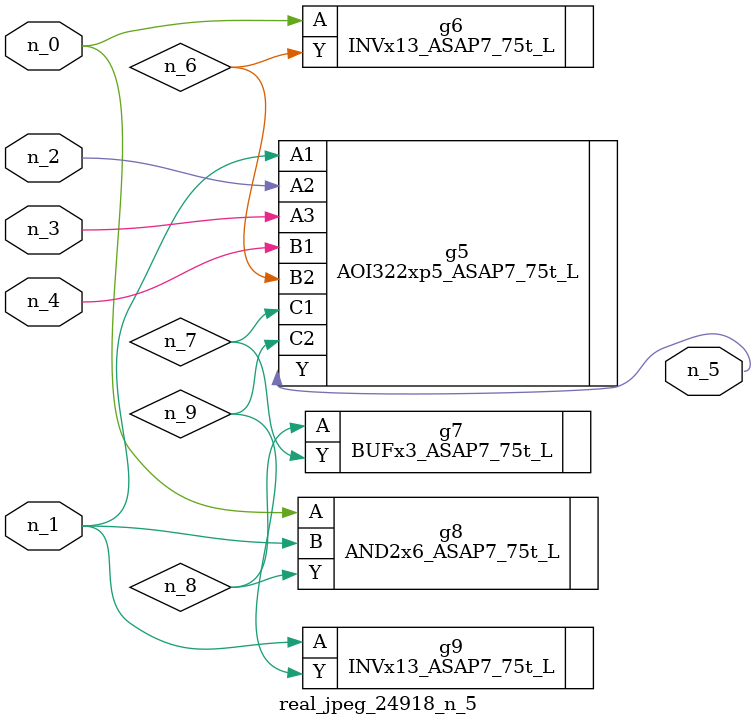
<source format=v>
module real_jpeg_24918_n_5 (n_4, n_0, n_1, n_2, n_3, n_5);

input n_4;
input n_0;
input n_1;
input n_2;
input n_3;

output n_5;

wire n_8;
wire n_6;
wire n_7;
wire n_9;

INVx13_ASAP7_75t_L g6 ( 
.A(n_0),
.Y(n_6)
);

AND2x6_ASAP7_75t_L g8 ( 
.A(n_0),
.B(n_1),
.Y(n_8)
);

AOI322xp5_ASAP7_75t_L g5 ( 
.A1(n_1),
.A2(n_2),
.A3(n_3),
.B1(n_4),
.B2(n_6),
.C1(n_7),
.C2(n_9),
.Y(n_5)
);

INVx13_ASAP7_75t_L g9 ( 
.A(n_1),
.Y(n_9)
);

BUFx3_ASAP7_75t_L g7 ( 
.A(n_8),
.Y(n_7)
);


endmodule
</source>
